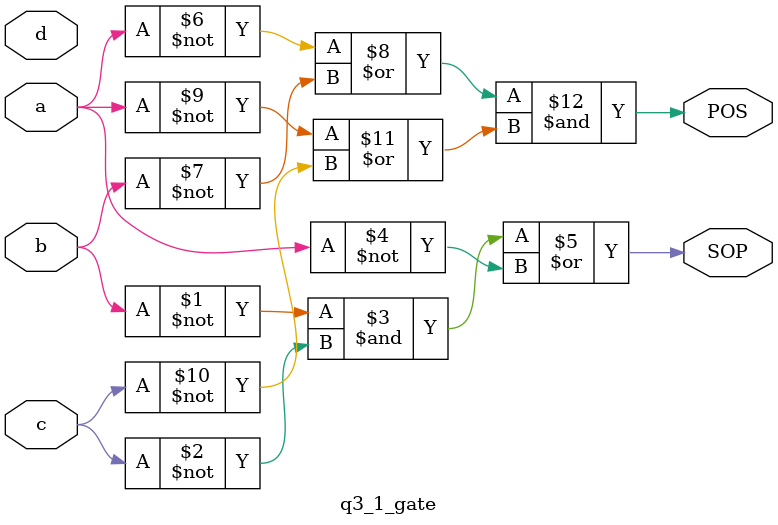
<source format=v>
module q3_1_gate(input a, input b, input c, input d, output SOP, output POS);
assign SOP = ((~b&~c)|~a);
assign POS = (((~a)|(~b))&((~a)|(~c)));
endmodule
</source>
